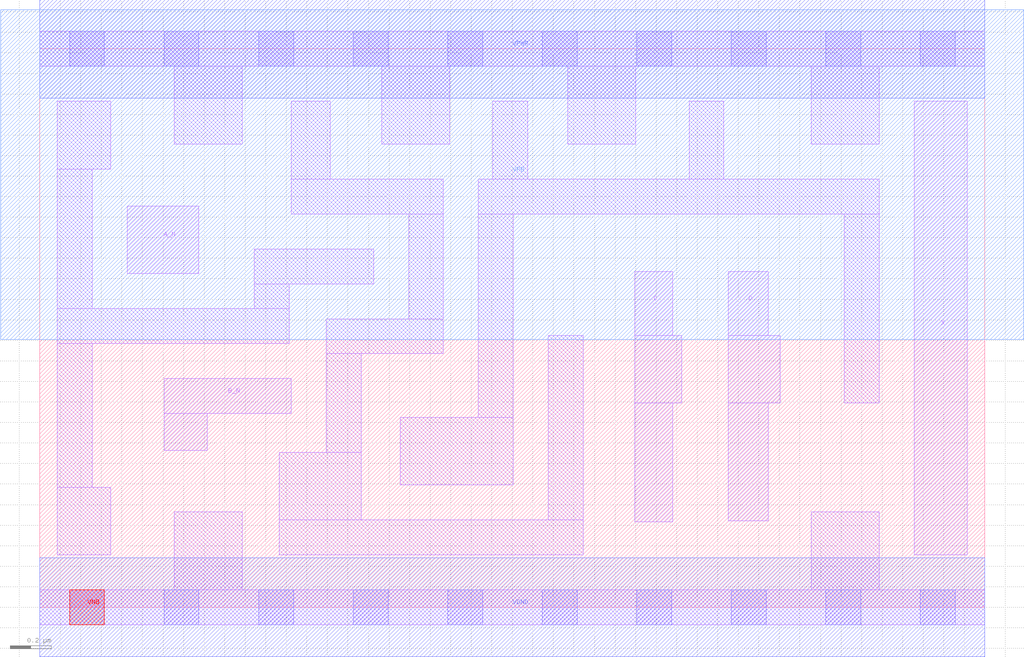
<source format=lef>
# Copyright 2020 The SkyWater PDK Authors
#
# Licensed under the Apache License, Version 2.0 (the "License");
# you may not use this file except in compliance with the License.
# You may obtain a copy of the License at
#
#     https://www.apache.org/licenses/LICENSE-2.0
#
# Unless required by applicable law or agreed to in writing, software
# distributed under the License is distributed on an "AS IS" BASIS,
# WITHOUT WARRANTIES OR CONDITIONS OF ANY KIND, either express or implied.
# See the License for the specific language governing permissions and
# limitations under the License.
#
# SPDX-License-Identifier: Apache-2.0

VERSION 5.7 ;
  NOWIREEXTENSIONATPIN ON ;
  DIVIDERCHAR "/" ;
  BUSBITCHARS "[]" ;
MACRO sky130_fd_sc_hd__and4bb_1
  CLASS CORE ;
  FOREIGN sky130_fd_sc_hd__and4bb_1 ;
  ORIGIN  0.000000  0.000000 ;
  SIZE  4.600000 BY  2.720000 ;
  SYMMETRY X Y R90 ;
  SITE unithd ;
  PIN A_N
    ANTENNAGATEAREA  0.126000 ;
    DIRECTION INPUT ;
    USE SIGNAL ;
    PORT
      LAYER li1 ;
        RECT 0.425000 1.625000 0.775000 1.955000 ;
    END
  END A_N
  PIN B_N
    ANTENNAGATEAREA  0.126000 ;
    DIRECTION INPUT ;
    USE SIGNAL ;
    PORT
      LAYER li1 ;
        RECT 0.605000 0.765000 0.815000 0.945000 ;
        RECT 0.605000 0.945000 1.225000 1.115000 ;
    END
  END B_N
  PIN C
    ANTENNAGATEAREA  0.126000 ;
    DIRECTION INPUT ;
    USE SIGNAL ;
    PORT
      LAYER li1 ;
        RECT 2.895000 0.415000 3.080000 0.995000 ;
        RECT 2.895000 0.995000 3.125000 1.325000 ;
        RECT 2.895000 1.325000 3.080000 1.635000 ;
    END
  END C
  PIN D
    ANTENNAGATEAREA  0.126000 ;
    DIRECTION INPUT ;
    USE SIGNAL ;
    PORT
      LAYER li1 ;
        RECT 3.350000 0.420000 3.545000 0.995000 ;
        RECT 3.350000 0.995000 3.605000 1.325000 ;
        RECT 3.350000 1.325000 3.545000 1.635000 ;
    END
  END D
  PIN VNB
    PORT
      LAYER pwell ;
        RECT 0.145000 -0.085000 0.315000 0.085000 ;
    END
  END VNB
  PIN VPB
    PORT
      LAYER nwell ;
        RECT -0.190000 1.305000 4.790000 2.910000 ;
    END
  END VPB
  PIN X
    ANTENNADIFFAREA  0.425400 ;
    DIRECTION OUTPUT ;
    USE SIGNAL ;
    PORT
      LAYER li1 ;
        RECT 4.255000 0.255000 4.515000 2.465000 ;
    END
  END X
  PIN VGND
    DIRECTION INOUT ;
    SHAPE ABUTMENT ;
    USE GROUND ;
    PORT
      LAYER met1 ;
        RECT 0.000000 -0.240000 4.600000 0.240000 ;
    END
  END VGND
  PIN VPWR
    DIRECTION INOUT ;
    SHAPE ABUTMENT ;
    USE POWER ;
    PORT
      LAYER met1 ;
        RECT 0.000000 2.480000 4.600000 2.960000 ;
    END
  END VPWR
  OBS
    LAYER li1 ;
      RECT 0.000000 -0.085000 4.600000 0.085000 ;
      RECT 0.000000  2.635000 4.600000 2.805000 ;
      RECT 0.085000  0.255000 0.345000 0.585000 ;
      RECT 0.085000  0.585000 0.255000 1.285000 ;
      RECT 0.085000  1.285000 1.215000 1.455000 ;
      RECT 0.085000  1.455000 0.255000 2.135000 ;
      RECT 0.085000  2.135000 0.345000 2.465000 ;
      RECT 0.655000  0.085000 0.985000 0.465000 ;
      RECT 0.655000  2.255000 0.985000 2.635000 ;
      RECT 1.045000  1.455000 1.215000 1.575000 ;
      RECT 1.045000  1.575000 1.625000 1.745000 ;
      RECT 1.165000  0.255000 2.645000 0.425000 ;
      RECT 1.165000  0.425000 1.565000 0.755000 ;
      RECT 1.225000  1.915000 1.965000 2.085000 ;
      RECT 1.225000  2.085000 1.415000 2.465000 ;
      RECT 1.395000  0.755000 1.565000 1.235000 ;
      RECT 1.395000  1.235000 1.965000 1.405000 ;
      RECT 1.665000  2.255000 1.995000 2.635000 ;
      RECT 1.755000  0.595000 2.305000 0.925000 ;
      RECT 1.795000  1.405000 1.965000 1.915000 ;
      RECT 2.135000  0.925000 2.305000 1.915000 ;
      RECT 2.135000  1.915000 4.085000 2.085000 ;
      RECT 2.205000  2.085000 2.375000 2.465000 ;
      RECT 2.475000  0.425000 2.645000 1.325000 ;
      RECT 2.570000  2.255000 2.900000 2.635000 ;
      RECT 3.160000  2.085000 3.330000 2.465000 ;
      RECT 3.755000  0.085000 4.085000 0.465000 ;
      RECT 3.755000  2.255000 4.085000 2.635000 ;
      RECT 3.915000  0.995000 4.085000 1.915000 ;
    LAYER mcon ;
      RECT 0.145000 -0.085000 0.315000 0.085000 ;
      RECT 0.145000  2.635000 0.315000 2.805000 ;
      RECT 0.605000 -0.085000 0.775000 0.085000 ;
      RECT 0.605000  2.635000 0.775000 2.805000 ;
      RECT 1.065000 -0.085000 1.235000 0.085000 ;
      RECT 1.065000  2.635000 1.235000 2.805000 ;
      RECT 1.525000 -0.085000 1.695000 0.085000 ;
      RECT 1.525000  2.635000 1.695000 2.805000 ;
      RECT 1.985000 -0.085000 2.155000 0.085000 ;
      RECT 1.985000  2.635000 2.155000 2.805000 ;
      RECT 2.445000 -0.085000 2.615000 0.085000 ;
      RECT 2.445000  2.635000 2.615000 2.805000 ;
      RECT 2.905000 -0.085000 3.075000 0.085000 ;
      RECT 2.905000  2.635000 3.075000 2.805000 ;
      RECT 3.365000 -0.085000 3.535000 0.085000 ;
      RECT 3.365000  2.635000 3.535000 2.805000 ;
      RECT 3.825000 -0.085000 3.995000 0.085000 ;
      RECT 3.825000  2.635000 3.995000 2.805000 ;
      RECT 4.285000 -0.085000 4.455000 0.085000 ;
      RECT 4.285000  2.635000 4.455000 2.805000 ;
  END
END sky130_fd_sc_hd__and4bb_1
END LIBRARY

</source>
